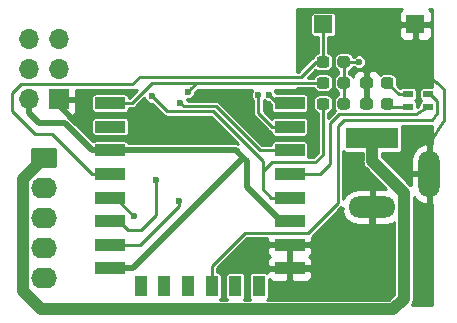
<source format=gbr>
G04 #@! TF.GenerationSoftware,KiCad,Pcbnew,5.0.2-bee76a0~70~ubuntu18.04.1*
G04 #@! TF.CreationDate,2019-12-10T21:20:44+01:00*
G04 #@! TF.ProjectId,RGB_strip,5247425f-7374-4726-9970-2e6b69636164,rev?*
G04 #@! TF.SameCoordinates,Original*
G04 #@! TF.FileFunction,Copper,L1,Top*
G04 #@! TF.FilePolarity,Positive*
%FSLAX46Y46*%
G04 Gerber Fmt 4.6, Leading zero omitted, Abs format (unit mm)*
G04 Created by KiCad (PCBNEW 5.0.2-bee76a0~70~ubuntu18.04.1) date mar 10 dic 2019 21:20:44 CET*
%MOMM*%
%LPD*%
G01*
G04 APERTURE LIST*
G04 #@! TA.AperFunction,SMDPad,CuDef*
%ADD10R,0.850000X0.550000*%
G04 #@! TD*
G04 #@! TA.AperFunction,ComponentPad*
%ADD11O,1.700000X1.700000*%
G04 #@! TD*
G04 #@! TA.AperFunction,ComponentPad*
%ADD12R,1.700000X1.700000*%
G04 #@! TD*
G04 #@! TA.AperFunction,ComponentPad*
%ADD13O,1.800000X4.000000*%
G04 #@! TD*
G04 #@! TA.AperFunction,ComponentPad*
%ADD14O,4.000000X1.800000*%
G04 #@! TD*
G04 #@! TA.AperFunction,ComponentPad*
%ADD15R,4.400000X1.800000*%
G04 #@! TD*
G04 #@! TA.AperFunction,Conductor*
%ADD16C,0.100000*%
G04 #@! TD*
G04 #@! TA.AperFunction,ComponentPad*
%ADD17C,1.740000*%
G04 #@! TD*
G04 #@! TA.AperFunction,ComponentPad*
%ADD18O,2.200000X1.740000*%
G04 #@! TD*
G04 #@! TA.AperFunction,SMDPad,CuDef*
%ADD19C,0.950000*%
G04 #@! TD*
G04 #@! TA.AperFunction,SMDPad,CuDef*
%ADD20R,1.500000X1.500000*%
G04 #@! TD*
G04 #@! TA.AperFunction,SMDPad,CuDef*
%ADD21R,2.500000X1.000000*%
G04 #@! TD*
G04 #@! TA.AperFunction,SMDPad,CuDef*
%ADD22R,1.000000X1.800000*%
G04 #@! TD*
G04 #@! TA.AperFunction,ViaPad*
%ADD23C,0.600000*%
G04 #@! TD*
G04 #@! TA.AperFunction,Conductor*
%ADD24C,0.250000*%
G04 #@! TD*
G04 #@! TA.AperFunction,Conductor*
%ADD25C,0.500000*%
G04 #@! TD*
G04 #@! TA.AperFunction,Conductor*
%ADD26C,1.000000*%
G04 #@! TD*
G04 #@! TA.AperFunction,Conductor*
%ADD27C,0.254000*%
G04 #@! TD*
G04 APERTURE END LIST*
D10*
G04 #@! TO.P,D2,2*
G04 #@! TO.N,Net-(D2-Pad2)*
X137359000Y-92782000D03*
G04 #@! TO.P,D2,1*
G04 #@! TO.N,/green_led*
X139109000Y-92782000D03*
G04 #@! TO.P,D2,4*
G04 #@! TO.N,Net-(D2-Pad4)*
X137359000Y-93832000D03*
G04 #@! TO.P,D2,3*
G04 #@! TO.N,Net-(D2-Pad3)*
X139109000Y-93832000D03*
G04 #@! TD*
D11*
G04 #@! TO.P,J3,6*
G04 #@! TO.N,/TX*
X105283000Y-88138000D03*
G04 #@! TO.P,J3,5*
G04 #@! TO.N,/RX*
X107823000Y-88138000D03*
G04 #@! TO.P,J3,4*
G04 #@! TO.N,/Rst*
X105283000Y-90678000D03*
G04 #@! TO.P,J3,3*
G04 #@! TO.N,/Flash*
X107823000Y-90678000D03*
G04 #@! TO.P,J3,2*
G04 #@! TO.N,+3V3*
X105283000Y-93218000D03*
D12*
G04 #@! TO.P,J3,1*
G04 #@! TO.N,GND*
X107823000Y-93218000D03*
G04 #@! TD*
D13*
G04 #@! TO.P,J1,3*
G04 #@! TO.N,GND*
X139166000Y-99520000D03*
D14*
G04 #@! TO.P,J1,2*
X134366000Y-102320000D03*
D15*
G04 #@! TO.P,J1,1*
G04 #@! TO.N,+12V*
X134366000Y-96520000D03*
G04 #@! TD*
D16*
G04 #@! TO.N,+12V*
G04 #@! TO.C,J2*
G36*
X107427505Y-97302204D02*
X107451773Y-97305804D01*
X107475572Y-97311765D01*
X107498671Y-97320030D01*
X107520850Y-97330520D01*
X107541893Y-97343132D01*
X107561599Y-97357747D01*
X107579777Y-97374223D01*
X107596253Y-97392401D01*
X107610868Y-97412107D01*
X107623480Y-97433150D01*
X107633970Y-97455329D01*
X107642235Y-97478428D01*
X107648196Y-97502227D01*
X107651796Y-97526495D01*
X107653000Y-97550999D01*
X107653000Y-98791001D01*
X107651796Y-98815505D01*
X107648196Y-98839773D01*
X107642235Y-98863572D01*
X107633970Y-98886671D01*
X107623480Y-98908850D01*
X107610868Y-98929893D01*
X107596253Y-98949599D01*
X107579777Y-98967777D01*
X107561599Y-98984253D01*
X107541893Y-98998868D01*
X107520850Y-99011480D01*
X107498671Y-99021970D01*
X107475572Y-99030235D01*
X107451773Y-99036196D01*
X107427505Y-99039796D01*
X107403001Y-99041000D01*
X105702999Y-99041000D01*
X105678495Y-99039796D01*
X105654227Y-99036196D01*
X105630428Y-99030235D01*
X105607329Y-99021970D01*
X105585150Y-99011480D01*
X105564107Y-98998868D01*
X105544401Y-98984253D01*
X105526223Y-98967777D01*
X105509747Y-98949599D01*
X105495132Y-98929893D01*
X105482520Y-98908850D01*
X105472030Y-98886671D01*
X105463765Y-98863572D01*
X105457804Y-98839773D01*
X105454204Y-98815505D01*
X105453000Y-98791001D01*
X105453000Y-97550999D01*
X105454204Y-97526495D01*
X105457804Y-97502227D01*
X105463765Y-97478428D01*
X105472030Y-97455329D01*
X105482520Y-97433150D01*
X105495132Y-97412107D01*
X105509747Y-97392401D01*
X105526223Y-97374223D01*
X105544401Y-97357747D01*
X105564107Y-97343132D01*
X105585150Y-97330520D01*
X105607329Y-97320030D01*
X105630428Y-97311765D01*
X105654227Y-97305804D01*
X105678495Y-97302204D01*
X105702999Y-97301000D01*
X107403001Y-97301000D01*
X107427505Y-97302204D01*
X107427505Y-97302204D01*
G37*
D17*
G04 #@! TD*
G04 #@! TO.P,J2,1*
G04 #@! TO.N,+12V*
X106553000Y-98171000D03*
D18*
G04 #@! TO.P,J2,2*
G04 #@! TO.N,Net-(J2-Pad2)*
X106553000Y-100711000D03*
G04 #@! TO.P,J2,3*
G04 #@! TO.N,Net-(J2-Pad3)*
X106553000Y-103251000D03*
G04 #@! TO.P,J2,4*
G04 #@! TO.N,Net-(J2-Pad4)*
X106553000Y-105791000D03*
G04 #@! TO.P,J2,5*
G04 #@! TO.N,Net-(J2-Pad5)*
X106553000Y-108331000D03*
G04 #@! TD*
D16*
G04 #@! TO.N,+3V3*
G04 #@! TO.C,R1*
G36*
X132249779Y-91347144D02*
X132272834Y-91350563D01*
X132295443Y-91356227D01*
X132317387Y-91364079D01*
X132338457Y-91374044D01*
X132358448Y-91386026D01*
X132377168Y-91399910D01*
X132394438Y-91415562D01*
X132410090Y-91432832D01*
X132423974Y-91451552D01*
X132435956Y-91471543D01*
X132445921Y-91492613D01*
X132453773Y-91514557D01*
X132459437Y-91537166D01*
X132462856Y-91560221D01*
X132464000Y-91583500D01*
X132464000Y-92058500D01*
X132462856Y-92081779D01*
X132459437Y-92104834D01*
X132453773Y-92127443D01*
X132445921Y-92149387D01*
X132435956Y-92170457D01*
X132423974Y-92190448D01*
X132410090Y-92209168D01*
X132394438Y-92226438D01*
X132377168Y-92242090D01*
X132358448Y-92255974D01*
X132338457Y-92267956D01*
X132317387Y-92277921D01*
X132295443Y-92285773D01*
X132272834Y-92291437D01*
X132249779Y-92294856D01*
X132226500Y-92296000D01*
X131651500Y-92296000D01*
X131628221Y-92294856D01*
X131605166Y-92291437D01*
X131582557Y-92285773D01*
X131560613Y-92277921D01*
X131539543Y-92267956D01*
X131519552Y-92255974D01*
X131500832Y-92242090D01*
X131483562Y-92226438D01*
X131467910Y-92209168D01*
X131454026Y-92190448D01*
X131442044Y-92170457D01*
X131432079Y-92149387D01*
X131424227Y-92127443D01*
X131418563Y-92104834D01*
X131415144Y-92081779D01*
X131414000Y-92058500D01*
X131414000Y-91583500D01*
X131415144Y-91560221D01*
X131418563Y-91537166D01*
X131424227Y-91514557D01*
X131432079Y-91492613D01*
X131442044Y-91471543D01*
X131454026Y-91451552D01*
X131467910Y-91432832D01*
X131483562Y-91415562D01*
X131500832Y-91399910D01*
X131519552Y-91386026D01*
X131539543Y-91374044D01*
X131560613Y-91364079D01*
X131582557Y-91356227D01*
X131605166Y-91350563D01*
X131628221Y-91347144D01*
X131651500Y-91346000D01*
X132226500Y-91346000D01*
X132249779Y-91347144D01*
X132249779Y-91347144D01*
G37*
D19*
G04 #@! TD*
G04 #@! TO.P,R1,1*
G04 #@! TO.N,+3V3*
X131939000Y-91821000D03*
D16*
G04 #@! TO.N,/Rst*
G04 #@! TO.C,R1*
G36*
X130499779Y-91347144D02*
X130522834Y-91350563D01*
X130545443Y-91356227D01*
X130567387Y-91364079D01*
X130588457Y-91374044D01*
X130608448Y-91386026D01*
X130627168Y-91399910D01*
X130644438Y-91415562D01*
X130660090Y-91432832D01*
X130673974Y-91451552D01*
X130685956Y-91471543D01*
X130695921Y-91492613D01*
X130703773Y-91514557D01*
X130709437Y-91537166D01*
X130712856Y-91560221D01*
X130714000Y-91583500D01*
X130714000Y-92058500D01*
X130712856Y-92081779D01*
X130709437Y-92104834D01*
X130703773Y-92127443D01*
X130695921Y-92149387D01*
X130685956Y-92170457D01*
X130673974Y-92190448D01*
X130660090Y-92209168D01*
X130644438Y-92226438D01*
X130627168Y-92242090D01*
X130608448Y-92255974D01*
X130588457Y-92267956D01*
X130567387Y-92277921D01*
X130545443Y-92285773D01*
X130522834Y-92291437D01*
X130499779Y-92294856D01*
X130476500Y-92296000D01*
X129901500Y-92296000D01*
X129878221Y-92294856D01*
X129855166Y-92291437D01*
X129832557Y-92285773D01*
X129810613Y-92277921D01*
X129789543Y-92267956D01*
X129769552Y-92255974D01*
X129750832Y-92242090D01*
X129733562Y-92226438D01*
X129717910Y-92209168D01*
X129704026Y-92190448D01*
X129692044Y-92170457D01*
X129682079Y-92149387D01*
X129674227Y-92127443D01*
X129668563Y-92104834D01*
X129665144Y-92081779D01*
X129664000Y-92058500D01*
X129664000Y-91583500D01*
X129665144Y-91560221D01*
X129668563Y-91537166D01*
X129674227Y-91514557D01*
X129682079Y-91492613D01*
X129692044Y-91471543D01*
X129704026Y-91451552D01*
X129717910Y-91432832D01*
X129733562Y-91415562D01*
X129750832Y-91399910D01*
X129769552Y-91386026D01*
X129789543Y-91374044D01*
X129810613Y-91364079D01*
X129832557Y-91356227D01*
X129855166Y-91350563D01*
X129878221Y-91347144D01*
X129901500Y-91346000D01*
X130476500Y-91346000D01*
X130499779Y-91347144D01*
X130499779Y-91347144D01*
G37*
D19*
G04 #@! TD*
G04 #@! TO.P,R1,2*
G04 #@! TO.N,/Rst*
X130189000Y-91821000D03*
D16*
G04 #@! TO.N,/Flash*
G04 #@! TO.C,R2*
G36*
X130499779Y-93125144D02*
X130522834Y-93128563D01*
X130545443Y-93134227D01*
X130567387Y-93142079D01*
X130588457Y-93152044D01*
X130608448Y-93164026D01*
X130627168Y-93177910D01*
X130644438Y-93193562D01*
X130660090Y-93210832D01*
X130673974Y-93229552D01*
X130685956Y-93249543D01*
X130695921Y-93270613D01*
X130703773Y-93292557D01*
X130709437Y-93315166D01*
X130712856Y-93338221D01*
X130714000Y-93361500D01*
X130714000Y-93836500D01*
X130712856Y-93859779D01*
X130709437Y-93882834D01*
X130703773Y-93905443D01*
X130695921Y-93927387D01*
X130685956Y-93948457D01*
X130673974Y-93968448D01*
X130660090Y-93987168D01*
X130644438Y-94004438D01*
X130627168Y-94020090D01*
X130608448Y-94033974D01*
X130588457Y-94045956D01*
X130567387Y-94055921D01*
X130545443Y-94063773D01*
X130522834Y-94069437D01*
X130499779Y-94072856D01*
X130476500Y-94074000D01*
X129901500Y-94074000D01*
X129878221Y-94072856D01*
X129855166Y-94069437D01*
X129832557Y-94063773D01*
X129810613Y-94055921D01*
X129789543Y-94045956D01*
X129769552Y-94033974D01*
X129750832Y-94020090D01*
X129733562Y-94004438D01*
X129717910Y-93987168D01*
X129704026Y-93968448D01*
X129692044Y-93948457D01*
X129682079Y-93927387D01*
X129674227Y-93905443D01*
X129668563Y-93882834D01*
X129665144Y-93859779D01*
X129664000Y-93836500D01*
X129664000Y-93361500D01*
X129665144Y-93338221D01*
X129668563Y-93315166D01*
X129674227Y-93292557D01*
X129682079Y-93270613D01*
X129692044Y-93249543D01*
X129704026Y-93229552D01*
X129717910Y-93210832D01*
X129733562Y-93193562D01*
X129750832Y-93177910D01*
X129769552Y-93164026D01*
X129789543Y-93152044D01*
X129810613Y-93142079D01*
X129832557Y-93134227D01*
X129855166Y-93128563D01*
X129878221Y-93125144D01*
X129901500Y-93124000D01*
X130476500Y-93124000D01*
X130499779Y-93125144D01*
X130499779Y-93125144D01*
G37*
D19*
G04 #@! TD*
G04 #@! TO.P,R2,2*
G04 #@! TO.N,/Flash*
X130189000Y-93599000D03*
D16*
G04 #@! TO.N,+3V3*
G04 #@! TO.C,R2*
G36*
X132249779Y-93125144D02*
X132272834Y-93128563D01*
X132295443Y-93134227D01*
X132317387Y-93142079D01*
X132338457Y-93152044D01*
X132358448Y-93164026D01*
X132377168Y-93177910D01*
X132394438Y-93193562D01*
X132410090Y-93210832D01*
X132423974Y-93229552D01*
X132435956Y-93249543D01*
X132445921Y-93270613D01*
X132453773Y-93292557D01*
X132459437Y-93315166D01*
X132462856Y-93338221D01*
X132464000Y-93361500D01*
X132464000Y-93836500D01*
X132462856Y-93859779D01*
X132459437Y-93882834D01*
X132453773Y-93905443D01*
X132445921Y-93927387D01*
X132435956Y-93948457D01*
X132423974Y-93968448D01*
X132410090Y-93987168D01*
X132394438Y-94004438D01*
X132377168Y-94020090D01*
X132358448Y-94033974D01*
X132338457Y-94045956D01*
X132317387Y-94055921D01*
X132295443Y-94063773D01*
X132272834Y-94069437D01*
X132249779Y-94072856D01*
X132226500Y-94074000D01*
X131651500Y-94074000D01*
X131628221Y-94072856D01*
X131605166Y-94069437D01*
X131582557Y-94063773D01*
X131560613Y-94055921D01*
X131539543Y-94045956D01*
X131519552Y-94033974D01*
X131500832Y-94020090D01*
X131483562Y-94004438D01*
X131467910Y-93987168D01*
X131454026Y-93968448D01*
X131442044Y-93948457D01*
X131432079Y-93927387D01*
X131424227Y-93905443D01*
X131418563Y-93882834D01*
X131415144Y-93859779D01*
X131414000Y-93836500D01*
X131414000Y-93361500D01*
X131415144Y-93338221D01*
X131418563Y-93315166D01*
X131424227Y-93292557D01*
X131432079Y-93270613D01*
X131442044Y-93249543D01*
X131454026Y-93229552D01*
X131467910Y-93210832D01*
X131483562Y-93193562D01*
X131500832Y-93177910D01*
X131519552Y-93164026D01*
X131539543Y-93152044D01*
X131560613Y-93142079D01*
X131582557Y-93134227D01*
X131605166Y-93128563D01*
X131628221Y-93125144D01*
X131651500Y-93124000D01*
X132226500Y-93124000D01*
X132249779Y-93125144D01*
X132249779Y-93125144D01*
G37*
D19*
G04 #@! TD*
G04 #@! TO.P,R2,1*
G04 #@! TO.N,+3V3*
X131939000Y-93599000D03*
D16*
G04 #@! TO.N,+3V3*
G04 #@! TO.C,R3*
G36*
X132249779Y-89569144D02*
X132272834Y-89572563D01*
X132295443Y-89578227D01*
X132317387Y-89586079D01*
X132338457Y-89596044D01*
X132358448Y-89608026D01*
X132377168Y-89621910D01*
X132394438Y-89637562D01*
X132410090Y-89654832D01*
X132423974Y-89673552D01*
X132435956Y-89693543D01*
X132445921Y-89714613D01*
X132453773Y-89736557D01*
X132459437Y-89759166D01*
X132462856Y-89782221D01*
X132464000Y-89805500D01*
X132464000Y-90280500D01*
X132462856Y-90303779D01*
X132459437Y-90326834D01*
X132453773Y-90349443D01*
X132445921Y-90371387D01*
X132435956Y-90392457D01*
X132423974Y-90412448D01*
X132410090Y-90431168D01*
X132394438Y-90448438D01*
X132377168Y-90464090D01*
X132358448Y-90477974D01*
X132338457Y-90489956D01*
X132317387Y-90499921D01*
X132295443Y-90507773D01*
X132272834Y-90513437D01*
X132249779Y-90516856D01*
X132226500Y-90518000D01*
X131651500Y-90518000D01*
X131628221Y-90516856D01*
X131605166Y-90513437D01*
X131582557Y-90507773D01*
X131560613Y-90499921D01*
X131539543Y-90489956D01*
X131519552Y-90477974D01*
X131500832Y-90464090D01*
X131483562Y-90448438D01*
X131467910Y-90431168D01*
X131454026Y-90412448D01*
X131442044Y-90392457D01*
X131432079Y-90371387D01*
X131424227Y-90349443D01*
X131418563Y-90326834D01*
X131415144Y-90303779D01*
X131414000Y-90280500D01*
X131414000Y-89805500D01*
X131415144Y-89782221D01*
X131418563Y-89759166D01*
X131424227Y-89736557D01*
X131432079Y-89714613D01*
X131442044Y-89693543D01*
X131454026Y-89673552D01*
X131467910Y-89654832D01*
X131483562Y-89637562D01*
X131500832Y-89621910D01*
X131519552Y-89608026D01*
X131539543Y-89596044D01*
X131560613Y-89586079D01*
X131582557Y-89578227D01*
X131605166Y-89572563D01*
X131628221Y-89569144D01*
X131651500Y-89568000D01*
X132226500Y-89568000D01*
X132249779Y-89569144D01*
X132249779Y-89569144D01*
G37*
D19*
G04 #@! TD*
G04 #@! TO.P,R3,1*
G04 #@! TO.N,+3V3*
X131939000Y-90043000D03*
D16*
G04 #@! TO.N,Net-(R3-Pad2)*
G04 #@! TO.C,R3*
G36*
X130499779Y-89569144D02*
X130522834Y-89572563D01*
X130545443Y-89578227D01*
X130567387Y-89586079D01*
X130588457Y-89596044D01*
X130608448Y-89608026D01*
X130627168Y-89621910D01*
X130644438Y-89637562D01*
X130660090Y-89654832D01*
X130673974Y-89673552D01*
X130685956Y-89693543D01*
X130695921Y-89714613D01*
X130703773Y-89736557D01*
X130709437Y-89759166D01*
X130712856Y-89782221D01*
X130714000Y-89805500D01*
X130714000Y-90280500D01*
X130712856Y-90303779D01*
X130709437Y-90326834D01*
X130703773Y-90349443D01*
X130695921Y-90371387D01*
X130685956Y-90392457D01*
X130673974Y-90412448D01*
X130660090Y-90431168D01*
X130644438Y-90448438D01*
X130627168Y-90464090D01*
X130608448Y-90477974D01*
X130588457Y-90489956D01*
X130567387Y-90499921D01*
X130545443Y-90507773D01*
X130522834Y-90513437D01*
X130499779Y-90516856D01*
X130476500Y-90518000D01*
X129901500Y-90518000D01*
X129878221Y-90516856D01*
X129855166Y-90513437D01*
X129832557Y-90507773D01*
X129810613Y-90499921D01*
X129789543Y-90489956D01*
X129769552Y-90477974D01*
X129750832Y-90464090D01*
X129733562Y-90448438D01*
X129717910Y-90431168D01*
X129704026Y-90412448D01*
X129692044Y-90392457D01*
X129682079Y-90371387D01*
X129674227Y-90349443D01*
X129668563Y-90326834D01*
X129665144Y-90303779D01*
X129664000Y-90280500D01*
X129664000Y-89805500D01*
X129665144Y-89782221D01*
X129668563Y-89759166D01*
X129674227Y-89736557D01*
X129682079Y-89714613D01*
X129692044Y-89693543D01*
X129704026Y-89673552D01*
X129717910Y-89654832D01*
X129733562Y-89637562D01*
X129750832Y-89621910D01*
X129769552Y-89608026D01*
X129789543Y-89596044D01*
X129810613Y-89586079D01*
X129832557Y-89578227D01*
X129855166Y-89572563D01*
X129878221Y-89569144D01*
X129901500Y-89568000D01*
X130476500Y-89568000D01*
X130499779Y-89569144D01*
X130499779Y-89569144D01*
G37*
D19*
G04 #@! TD*
G04 #@! TO.P,R3,2*
G04 #@! TO.N,Net-(R3-Pad2)*
X130189000Y-90043000D03*
D16*
G04 #@! TO.N,GND*
G04 #@! TO.C,R4*
G36*
X134182779Y-91347144D02*
X134205834Y-91350563D01*
X134228443Y-91356227D01*
X134250387Y-91364079D01*
X134271457Y-91374044D01*
X134291448Y-91386026D01*
X134310168Y-91399910D01*
X134327438Y-91415562D01*
X134343090Y-91432832D01*
X134356974Y-91451552D01*
X134368956Y-91471543D01*
X134378921Y-91492613D01*
X134386773Y-91514557D01*
X134392437Y-91537166D01*
X134395856Y-91560221D01*
X134397000Y-91583500D01*
X134397000Y-92058500D01*
X134395856Y-92081779D01*
X134392437Y-92104834D01*
X134386773Y-92127443D01*
X134378921Y-92149387D01*
X134368956Y-92170457D01*
X134356974Y-92190448D01*
X134343090Y-92209168D01*
X134327438Y-92226438D01*
X134310168Y-92242090D01*
X134291448Y-92255974D01*
X134271457Y-92267956D01*
X134250387Y-92277921D01*
X134228443Y-92285773D01*
X134205834Y-92291437D01*
X134182779Y-92294856D01*
X134159500Y-92296000D01*
X133584500Y-92296000D01*
X133561221Y-92294856D01*
X133538166Y-92291437D01*
X133515557Y-92285773D01*
X133493613Y-92277921D01*
X133472543Y-92267956D01*
X133452552Y-92255974D01*
X133433832Y-92242090D01*
X133416562Y-92226438D01*
X133400910Y-92209168D01*
X133387026Y-92190448D01*
X133375044Y-92170457D01*
X133365079Y-92149387D01*
X133357227Y-92127443D01*
X133351563Y-92104834D01*
X133348144Y-92081779D01*
X133347000Y-92058500D01*
X133347000Y-91583500D01*
X133348144Y-91560221D01*
X133351563Y-91537166D01*
X133357227Y-91514557D01*
X133365079Y-91492613D01*
X133375044Y-91471543D01*
X133387026Y-91451552D01*
X133400910Y-91432832D01*
X133416562Y-91415562D01*
X133433832Y-91399910D01*
X133452552Y-91386026D01*
X133472543Y-91374044D01*
X133493613Y-91364079D01*
X133515557Y-91356227D01*
X133538166Y-91350563D01*
X133561221Y-91347144D01*
X133584500Y-91346000D01*
X134159500Y-91346000D01*
X134182779Y-91347144D01*
X134182779Y-91347144D01*
G37*
D19*
G04 #@! TD*
G04 #@! TO.P,R4,1*
G04 #@! TO.N,GND*
X133872000Y-91821000D03*
D16*
G04 #@! TO.N,Net-(D2-Pad2)*
G04 #@! TO.C,R4*
G36*
X135932779Y-91347144D02*
X135955834Y-91350563D01*
X135978443Y-91356227D01*
X136000387Y-91364079D01*
X136021457Y-91374044D01*
X136041448Y-91386026D01*
X136060168Y-91399910D01*
X136077438Y-91415562D01*
X136093090Y-91432832D01*
X136106974Y-91451552D01*
X136118956Y-91471543D01*
X136128921Y-91492613D01*
X136136773Y-91514557D01*
X136142437Y-91537166D01*
X136145856Y-91560221D01*
X136147000Y-91583500D01*
X136147000Y-92058500D01*
X136145856Y-92081779D01*
X136142437Y-92104834D01*
X136136773Y-92127443D01*
X136128921Y-92149387D01*
X136118956Y-92170457D01*
X136106974Y-92190448D01*
X136093090Y-92209168D01*
X136077438Y-92226438D01*
X136060168Y-92242090D01*
X136041448Y-92255974D01*
X136021457Y-92267956D01*
X136000387Y-92277921D01*
X135978443Y-92285773D01*
X135955834Y-92291437D01*
X135932779Y-92294856D01*
X135909500Y-92296000D01*
X135334500Y-92296000D01*
X135311221Y-92294856D01*
X135288166Y-92291437D01*
X135265557Y-92285773D01*
X135243613Y-92277921D01*
X135222543Y-92267956D01*
X135202552Y-92255974D01*
X135183832Y-92242090D01*
X135166562Y-92226438D01*
X135150910Y-92209168D01*
X135137026Y-92190448D01*
X135125044Y-92170457D01*
X135115079Y-92149387D01*
X135107227Y-92127443D01*
X135101563Y-92104834D01*
X135098144Y-92081779D01*
X135097000Y-92058500D01*
X135097000Y-91583500D01*
X135098144Y-91560221D01*
X135101563Y-91537166D01*
X135107227Y-91514557D01*
X135115079Y-91492613D01*
X135125044Y-91471543D01*
X135137026Y-91451552D01*
X135150910Y-91432832D01*
X135166562Y-91415562D01*
X135183832Y-91399910D01*
X135202552Y-91386026D01*
X135222543Y-91374044D01*
X135243613Y-91364079D01*
X135265557Y-91356227D01*
X135288166Y-91350563D01*
X135311221Y-91347144D01*
X135334500Y-91346000D01*
X135909500Y-91346000D01*
X135932779Y-91347144D01*
X135932779Y-91347144D01*
G37*
D19*
G04 #@! TD*
G04 #@! TO.P,R4,2*
G04 #@! TO.N,Net-(D2-Pad2)*
X135622000Y-91821000D03*
D16*
G04 #@! TO.N,Net-(D2-Pad4)*
G04 #@! TO.C,R5*
G36*
X135932779Y-93125144D02*
X135955834Y-93128563D01*
X135978443Y-93134227D01*
X136000387Y-93142079D01*
X136021457Y-93152044D01*
X136041448Y-93164026D01*
X136060168Y-93177910D01*
X136077438Y-93193562D01*
X136093090Y-93210832D01*
X136106974Y-93229552D01*
X136118956Y-93249543D01*
X136128921Y-93270613D01*
X136136773Y-93292557D01*
X136142437Y-93315166D01*
X136145856Y-93338221D01*
X136147000Y-93361500D01*
X136147000Y-93836500D01*
X136145856Y-93859779D01*
X136142437Y-93882834D01*
X136136773Y-93905443D01*
X136128921Y-93927387D01*
X136118956Y-93948457D01*
X136106974Y-93968448D01*
X136093090Y-93987168D01*
X136077438Y-94004438D01*
X136060168Y-94020090D01*
X136041448Y-94033974D01*
X136021457Y-94045956D01*
X136000387Y-94055921D01*
X135978443Y-94063773D01*
X135955834Y-94069437D01*
X135932779Y-94072856D01*
X135909500Y-94074000D01*
X135334500Y-94074000D01*
X135311221Y-94072856D01*
X135288166Y-94069437D01*
X135265557Y-94063773D01*
X135243613Y-94055921D01*
X135222543Y-94045956D01*
X135202552Y-94033974D01*
X135183832Y-94020090D01*
X135166562Y-94004438D01*
X135150910Y-93987168D01*
X135137026Y-93968448D01*
X135125044Y-93948457D01*
X135115079Y-93927387D01*
X135107227Y-93905443D01*
X135101563Y-93882834D01*
X135098144Y-93859779D01*
X135097000Y-93836500D01*
X135097000Y-93361500D01*
X135098144Y-93338221D01*
X135101563Y-93315166D01*
X135107227Y-93292557D01*
X135115079Y-93270613D01*
X135125044Y-93249543D01*
X135137026Y-93229552D01*
X135150910Y-93210832D01*
X135166562Y-93193562D01*
X135183832Y-93177910D01*
X135202552Y-93164026D01*
X135222543Y-93152044D01*
X135243613Y-93142079D01*
X135265557Y-93134227D01*
X135288166Y-93128563D01*
X135311221Y-93125144D01*
X135334500Y-93124000D01*
X135909500Y-93124000D01*
X135932779Y-93125144D01*
X135932779Y-93125144D01*
G37*
D19*
G04 #@! TD*
G04 #@! TO.P,R5,2*
G04 #@! TO.N,Net-(D2-Pad4)*
X135622000Y-93599000D03*
D16*
G04 #@! TO.N,GND*
G04 #@! TO.C,R5*
G36*
X134182779Y-93125144D02*
X134205834Y-93128563D01*
X134228443Y-93134227D01*
X134250387Y-93142079D01*
X134271457Y-93152044D01*
X134291448Y-93164026D01*
X134310168Y-93177910D01*
X134327438Y-93193562D01*
X134343090Y-93210832D01*
X134356974Y-93229552D01*
X134368956Y-93249543D01*
X134378921Y-93270613D01*
X134386773Y-93292557D01*
X134392437Y-93315166D01*
X134395856Y-93338221D01*
X134397000Y-93361500D01*
X134397000Y-93836500D01*
X134395856Y-93859779D01*
X134392437Y-93882834D01*
X134386773Y-93905443D01*
X134378921Y-93927387D01*
X134368956Y-93948457D01*
X134356974Y-93968448D01*
X134343090Y-93987168D01*
X134327438Y-94004438D01*
X134310168Y-94020090D01*
X134291448Y-94033974D01*
X134271457Y-94045956D01*
X134250387Y-94055921D01*
X134228443Y-94063773D01*
X134205834Y-94069437D01*
X134182779Y-94072856D01*
X134159500Y-94074000D01*
X133584500Y-94074000D01*
X133561221Y-94072856D01*
X133538166Y-94069437D01*
X133515557Y-94063773D01*
X133493613Y-94055921D01*
X133472543Y-94045956D01*
X133452552Y-94033974D01*
X133433832Y-94020090D01*
X133416562Y-94004438D01*
X133400910Y-93987168D01*
X133387026Y-93968448D01*
X133375044Y-93948457D01*
X133365079Y-93927387D01*
X133357227Y-93905443D01*
X133351563Y-93882834D01*
X133348144Y-93859779D01*
X133347000Y-93836500D01*
X133347000Y-93361500D01*
X133348144Y-93338221D01*
X133351563Y-93315166D01*
X133357227Y-93292557D01*
X133365079Y-93270613D01*
X133375044Y-93249543D01*
X133387026Y-93229552D01*
X133400910Y-93210832D01*
X133416562Y-93193562D01*
X133433832Y-93177910D01*
X133452552Y-93164026D01*
X133472543Y-93152044D01*
X133493613Y-93142079D01*
X133515557Y-93134227D01*
X133538166Y-93128563D01*
X133561221Y-93125144D01*
X133584500Y-93124000D01*
X134159500Y-93124000D01*
X134182779Y-93125144D01*
X134182779Y-93125144D01*
G37*
D19*
G04 #@! TD*
G04 #@! TO.P,R5,1*
G04 #@! TO.N,GND*
X133872000Y-93599000D03*
D20*
G04 #@! TO.P,SW1,1*
G04 #@! TO.N,Net-(R3-Pad2)*
X130212000Y-86868000D03*
G04 #@! TO.P,SW1,2*
G04 #@! TO.N,GND*
X138012000Y-86868000D03*
G04 #@! TD*
D21*
G04 #@! TO.P,U2,1*
G04 #@! TO.N,/Rst*
X112161000Y-93528000D03*
G04 #@! TO.P,U2,2*
G04 #@! TO.N,Net-(U2-Pad2)*
X112161000Y-95528000D03*
G04 #@! TO.P,U2,3*
G04 #@! TO.N,+3V3*
X112161000Y-97528000D03*
G04 #@! TO.P,U2,4*
G04 #@! TO.N,Net-(R3-Pad2)*
X112161000Y-99528000D03*
G04 #@! TO.P,U2,5*
G04 #@! TO.N,/white_c*
X112161000Y-101528000D03*
G04 #@! TO.P,U2,6*
G04 #@! TO.N,/green_c*
X112161000Y-103528000D03*
G04 #@! TO.P,U2,7*
G04 #@! TO.N,/blue_c*
X112161000Y-105528000D03*
G04 #@! TO.P,U2,8*
G04 #@! TO.N,+3V3*
X112161000Y-107528000D03*
D22*
G04 #@! TO.P,U2,9*
G04 #@! TO.N,Net-(U2-Pad9)*
X114761000Y-109028000D03*
G04 #@! TO.P,U2,10*
G04 #@! TO.N,Net-(U2-Pad10)*
X116761000Y-109028000D03*
G04 #@! TO.P,U2,11*
G04 #@! TO.N,Net-(U2-Pad11)*
X118761000Y-109028000D03*
G04 #@! TO.P,U2,12*
G04 #@! TO.N,/green_led*
X120761000Y-109028000D03*
G04 #@! TO.P,U2,13*
G04 #@! TO.N,Net-(U2-Pad13)*
X122761000Y-109028000D03*
G04 #@! TO.P,U2,14*
G04 #@! TO.N,Net-(U2-Pad14)*
X124761000Y-109028000D03*
D21*
G04 #@! TO.P,U2,15*
G04 #@! TO.N,GND*
X127361000Y-107528000D03*
G04 #@! TO.P,U2,16*
X127361000Y-105528000D03*
G04 #@! TO.P,U2,17*
G04 #@! TO.N,+3V3*
X127361000Y-103528000D03*
G04 #@! TO.P,U2,18*
G04 #@! TO.N,/Flash*
X127361000Y-101528000D03*
G04 #@! TO.P,U2,19*
G04 #@! TO.N,Net-(D2-Pad3)*
X127361000Y-99528000D03*
G04 #@! TO.P,U2,20*
G04 #@! TO.N,/red_c*
X127361000Y-97528000D03*
G04 #@! TO.P,U2,21*
G04 #@! TO.N,/RX*
X127361000Y-95528000D03*
G04 #@! TO.P,U2,22*
G04 #@! TO.N,/TX*
X127361000Y-93528000D03*
G04 #@! TD*
D23*
G04 #@! TO.N,GND*
X117983000Y-96520000D03*
G04 #@! TO.N,+3V3*
X133223000Y-90043000D03*
X123444000Y-98171000D03*
G04 #@! TO.N,/Flash*
X115697000Y-92964000D03*
G04 #@! TO.N,/Rst*
X118745000Y-92583000D03*
G04 #@! TO.N,/RX*
X124714000Y-92837000D03*
G04 #@! TO.N,/TX*
X125603000Y-92837000D03*
G04 #@! TO.N,/red_c*
X118110000Y-93489000D03*
G04 #@! TO.N,/green_c*
X116078000Y-100076000D03*
G04 #@! TO.N,/blue_c*
X117983000Y-101854000D03*
G04 #@! TO.N,/white_c*
X114173000Y-103124000D03*
G04 #@! TD*
D24*
G04 #@! TO.N,GND*
X133872000Y-91821000D02*
X133872000Y-93599000D01*
X136762000Y-86868000D02*
X138012000Y-86868000D01*
X133872000Y-91821000D02*
X133872000Y-89758000D01*
D25*
X129111000Y-105528000D02*
X129120000Y-105537000D01*
X127361000Y-105528000D02*
X129111000Y-105528000D01*
X129120000Y-105537000D02*
X132715000Y-105537000D01*
X132715000Y-105537000D02*
X134366000Y-103886000D01*
X130724000Y-107528000D02*
X132715000Y-105537000D01*
X127361000Y-107528000D02*
X130724000Y-107528000D01*
D24*
X134603000Y-89027000D02*
X136762000Y-86868000D01*
X133872000Y-89758000D02*
X134603000Y-89027000D01*
X136639002Y-89027000D02*
X134603000Y-89027000D01*
X140462000Y-92329000D02*
X136639002Y-89027000D01*
X139166000Y-99139000D02*
X139166000Y-96889000D01*
X140462000Y-94996000D02*
X140462000Y-92329000D01*
X139166000Y-96889000D02*
X140462000Y-94996000D01*
D25*
X134366000Y-103886000D02*
X134366000Y-102320000D01*
X107823000Y-93218000D02*
X107823000Y-93726000D01*
X107823000Y-93726000D02*
X108966000Y-94869000D01*
X108966000Y-94893002D02*
X110592998Y-96520000D01*
X108966000Y-94869000D02*
X108966000Y-94893002D01*
X110592998Y-96520000D02*
X117983000Y-96520000D01*
D24*
G04 #@! TO.N,+3V3*
X131939000Y-90043000D02*
X131939000Y-91821000D01*
X131939000Y-91821000D02*
X131939000Y-93599000D01*
X133223000Y-90043000D02*
X131939000Y-90043000D01*
D25*
X123743999Y-100660999D02*
X126611000Y-103528000D01*
X126611000Y-103528000D02*
X127361000Y-103528000D01*
X123743999Y-98470999D02*
X123743999Y-100660999D01*
X123444000Y-98171000D02*
X123743999Y-98470999D01*
X122801000Y-97528000D02*
X123444000Y-98171000D01*
X112161000Y-97528000D02*
X122801000Y-97528000D01*
X114087000Y-107528000D02*
X123444000Y-98171000D01*
X112161000Y-107528000D02*
X114087000Y-107528000D01*
X108383000Y-95250000D02*
X106172000Y-95250000D01*
X105283000Y-94361000D02*
X105283000Y-93218000D01*
X112161000Y-97528000D02*
X110661000Y-97528000D01*
X106172000Y-95250000D02*
X105283000Y-94361000D01*
X110661000Y-97528000D02*
X108383000Y-95250000D01*
D24*
G04 #@! TO.N,Net-(D2-Pad3)*
X138959000Y-93832000D02*
X138049000Y-94488000D01*
X139109000Y-93832000D02*
X138959000Y-93832000D01*
X138049000Y-94488000D02*
X131572000Y-94488000D01*
X131572000Y-94488000D02*
X130810000Y-95250000D01*
X130810000Y-95250000D02*
X130810000Y-98679000D01*
X129961000Y-99528000D02*
X127361000Y-99528000D01*
X130810000Y-98679000D02*
X129961000Y-99528000D01*
G04 #@! TO.N,Net-(D2-Pad4)*
X135855000Y-93832000D02*
X135622000Y-93599000D01*
X137359000Y-93832000D02*
X135855000Y-93832000D01*
G04 #@! TO.N,Net-(D2-Pad2)*
X136583000Y-92782000D02*
X135622000Y-91821000D01*
X137359000Y-92782000D02*
X136583000Y-92782000D01*
D26*
G04 #@! TO.N,+12V*
X106553000Y-98171000D02*
X104752990Y-99971010D01*
X137066010Y-101120010D02*
X134366000Y-98420000D01*
X104752990Y-109451990D02*
X106299000Y-110998000D01*
X104752990Y-99971010D02*
X104752990Y-109451990D01*
X106299000Y-110998000D02*
X136144000Y-110998000D01*
X134366000Y-98420000D02*
X134366000Y-96520000D01*
X136144000Y-110998000D02*
X137066010Y-110075990D01*
X137066010Y-110075990D02*
X137066010Y-101120010D01*
D25*
G04 #@! TO.N,/Flash*
X127361000Y-101528000D02*
X128111000Y-101528000D01*
D24*
X130189000Y-94174000D02*
X130175000Y-94188000D01*
X130189000Y-93599000D02*
X130189000Y-94174000D01*
X130175000Y-94188000D02*
X130175000Y-97917000D01*
X130175000Y-97917000D02*
X129540000Y-98552000D01*
X129540000Y-98552000D02*
X125857000Y-98552000D01*
X125857000Y-98552000D02*
X125095000Y-99314000D01*
X125095000Y-99314000D02*
X125095000Y-100838000D01*
X125785000Y-101528000D02*
X127361000Y-101528000D01*
X125095000Y-100838000D02*
X125785000Y-101528000D01*
X120907599Y-94239009D02*
X116972009Y-94239009D01*
X125095000Y-99314000D02*
X125095000Y-98426410D01*
X125095000Y-98426410D02*
X120907599Y-94239009D01*
X116972009Y-94239009D02*
X115697000Y-92964000D01*
G04 #@! TO.N,/Rst*
X113990000Y-93528000D02*
X112161000Y-93528000D01*
X115697000Y-91821000D02*
X113990000Y-93528000D01*
X119044999Y-92283001D02*
X119507000Y-91821000D01*
X118745000Y-92583000D02*
X119044999Y-92283001D01*
X130189000Y-91821000D02*
X119507000Y-91821000D01*
X119507000Y-91821000D02*
X115697000Y-91821000D01*
G04 #@! TO.N,/RX*
X125861000Y-95528000D02*
X124714000Y-94381000D01*
X127361000Y-95528000D02*
X125861000Y-95528000D01*
X124714000Y-94381000D02*
X124714000Y-92837000D01*
G04 #@! TO.N,/TX*
X127361000Y-93528000D02*
X126294000Y-93528000D01*
X126294000Y-93528000D02*
X125603000Y-92837000D01*
G04 #@! TO.N,/red_c*
X118409999Y-93788999D02*
X121093999Y-93788999D01*
X118110000Y-93489000D02*
X118409999Y-93788999D01*
X124833000Y-97528000D02*
X127361000Y-97528000D01*
X121093999Y-93788999D02*
X124833000Y-97528000D01*
G04 #@! TO.N,/green_c*
X112911000Y-103528000D02*
X112161000Y-103528000D01*
X113661000Y-104278000D02*
X112911000Y-103528000D01*
X114808000Y-104267000D02*
X113661000Y-104278000D01*
X116078000Y-100076000D02*
X116078000Y-102997000D01*
X116078000Y-102997000D02*
X114808000Y-104267000D01*
G04 #@! TO.N,/blue_c*
X113661000Y-105528000D02*
X112161000Y-105528000D01*
X114733264Y-105528000D02*
X113661000Y-105528000D01*
X117983000Y-102278264D02*
X114733264Y-105528000D01*
X117983000Y-101854000D02*
X117983000Y-102278264D01*
G04 #@! TO.N,/white_c*
X112577000Y-101528000D02*
X112161000Y-101528000D01*
X114173000Y-103124000D02*
X112577000Y-101528000D01*
D25*
G04 #@! TO.N,Net-(R3-Pad2)*
X130212000Y-90020000D02*
X130189000Y-90043000D01*
D24*
X111411000Y-99528000D02*
X112161000Y-99528000D01*
X130189000Y-86891000D02*
X130212000Y-86868000D01*
X130189000Y-90043000D02*
X130189000Y-86891000D01*
X129564000Y-90043000D02*
X130189000Y-90043000D01*
X104648000Y-91948000D02*
X114046000Y-91948000D01*
X114681000Y-91313000D02*
X128294000Y-91313000D01*
X110661000Y-99528000D02*
X107272000Y-96139000D01*
X128294000Y-91313000D02*
X129564000Y-90043000D01*
X114046000Y-91948000D02*
X114681000Y-91313000D01*
X107272000Y-96139000D02*
X105791000Y-96139000D01*
X112161000Y-99528000D02*
X110661000Y-99528000D01*
X105791000Y-96139000D02*
X103886000Y-94234000D01*
X103886000Y-94234000D02*
X103886000Y-92710000D01*
X103886000Y-92710000D02*
X104648000Y-91948000D01*
G04 #@! TO.N,/green_led*
X123571000Y-104521000D02*
X120761000Y-107331000D01*
X128951575Y-104521000D02*
X123571000Y-104521000D01*
X120761000Y-107331000D02*
X120761000Y-109028000D01*
X131445000Y-101981000D02*
X128951575Y-104521000D01*
X139259000Y-92782000D02*
X139859001Y-93382001D01*
X131445000Y-95504000D02*
X131445000Y-101981000D01*
X139109000Y-92782000D02*
X139259000Y-92782000D01*
X139859001Y-93382001D02*
X139859001Y-94367001D01*
X139859001Y-94367001D02*
X139446000Y-94996000D01*
X139446000Y-94996000D02*
X131953000Y-94996000D01*
X131953000Y-94996000D02*
X131445000Y-95504000D01*
G04 #@! TD*
D27*
G04 #@! TO.N,GND*
G36*
X139359733Y-95448709D02*
X139446000Y-95448015D01*
X139446000Y-96971971D01*
X139293000Y-97049622D01*
X139293000Y-99393000D01*
X139313000Y-99393000D01*
X139313000Y-99647000D01*
X139293000Y-99647000D01*
X139293000Y-101990378D01*
X139446000Y-102068029D01*
X139446000Y-110617450D01*
X137694692Y-110623660D01*
X137845026Y-110398669D01*
X137893010Y-110157438D01*
X137893010Y-110157434D01*
X137909210Y-110075991D01*
X137893010Y-109994548D01*
X137893010Y-101446238D01*
X138170394Y-101795212D01*
X138695914Y-102086756D01*
X138801260Y-102111036D01*
X139039000Y-101990378D01*
X139039000Y-99647000D01*
X137631000Y-99647000D01*
X137631000Y-100502901D01*
X137593194Y-100477640D01*
X135408554Y-98293000D01*
X137631000Y-98293000D01*
X137631000Y-99393000D01*
X139039000Y-99393000D01*
X139039000Y-97049622D01*
X138801260Y-96928964D01*
X138695914Y-96953244D01*
X138170394Y-97244788D01*
X137796446Y-97715248D01*
X137631000Y-98293000D01*
X135408554Y-98293000D01*
X135193000Y-98077447D01*
X135193000Y-97753406D01*
X136566000Y-97753406D01*
X136693589Y-97728027D01*
X136801754Y-97655754D01*
X136874027Y-97547589D01*
X136899406Y-97420000D01*
X136899406Y-95620000D01*
X136874027Y-95492411D01*
X136844353Y-95448000D01*
X139357982Y-95448000D01*
X139359733Y-95448709D01*
X139359733Y-95448709D01*
G37*
X139359733Y-95448709D02*
X139446000Y-95448015D01*
X139446000Y-96971971D01*
X139293000Y-97049622D01*
X139293000Y-99393000D01*
X139313000Y-99393000D01*
X139313000Y-99647000D01*
X139293000Y-99647000D01*
X139293000Y-101990378D01*
X139446000Y-102068029D01*
X139446000Y-110617450D01*
X137694692Y-110623660D01*
X137845026Y-110398669D01*
X137893010Y-110157438D01*
X137893010Y-110157434D01*
X137909210Y-110075991D01*
X137893010Y-109994548D01*
X137893010Y-101446238D01*
X138170394Y-101795212D01*
X138695914Y-102086756D01*
X138801260Y-102111036D01*
X139039000Y-101990378D01*
X139039000Y-99647000D01*
X137631000Y-99647000D01*
X137631000Y-100502901D01*
X137593194Y-100477640D01*
X135408554Y-98293000D01*
X137631000Y-98293000D01*
X137631000Y-99393000D01*
X139039000Y-99393000D01*
X139039000Y-97049622D01*
X138801260Y-96928964D01*
X138695914Y-96953244D01*
X138170394Y-97244788D01*
X137796446Y-97715248D01*
X137631000Y-98293000D01*
X135408554Y-98293000D01*
X135193000Y-98077447D01*
X135193000Y-97753406D01*
X136566000Y-97753406D01*
X136693589Y-97728027D01*
X136801754Y-97655754D01*
X136874027Y-97547589D01*
X136899406Y-97420000D01*
X136899406Y-95620000D01*
X136874027Y-95492411D01*
X136844353Y-95448000D01*
X139357982Y-95448000D01*
X139359733Y-95448709D01*
G36*
X131930246Y-97655754D02*
X132038411Y-97728027D01*
X132166000Y-97753406D01*
X133539000Y-97753406D01*
X133539000Y-98338556D01*
X133522800Y-98420000D01*
X133539000Y-98501444D01*
X133539000Y-98501447D01*
X133586984Y-98742678D01*
X133769767Y-99016233D01*
X133838819Y-99062372D01*
X135561446Y-100785000D01*
X134493000Y-100785000D01*
X134493000Y-102193000D01*
X134513000Y-102193000D01*
X134513000Y-102447000D01*
X134493000Y-102447000D01*
X134493000Y-103855000D01*
X135593000Y-103855000D01*
X136170752Y-103689554D01*
X136239011Y-103635298D01*
X136239010Y-109733436D01*
X135801447Y-110171000D01*
X125485910Y-110171000D01*
X125496754Y-110163754D01*
X125569027Y-110055589D01*
X125594406Y-109928000D01*
X125594406Y-108409432D01*
X125751302Y-108566327D01*
X125984691Y-108663000D01*
X127075250Y-108663000D01*
X127234000Y-108504250D01*
X127234000Y-107655000D01*
X127488000Y-107655000D01*
X127488000Y-108504250D01*
X127646750Y-108663000D01*
X128737309Y-108663000D01*
X128970698Y-108566327D01*
X129149327Y-108387699D01*
X129246000Y-108154310D01*
X129246000Y-107813750D01*
X129087250Y-107655000D01*
X127488000Y-107655000D01*
X127234000Y-107655000D01*
X125634750Y-107655000D01*
X125476000Y-107813750D01*
X125476000Y-107878379D01*
X125388589Y-107819973D01*
X125261000Y-107794594D01*
X124261000Y-107794594D01*
X124133411Y-107819973D01*
X124025246Y-107892246D01*
X123952973Y-108000411D01*
X123927594Y-108128000D01*
X123927594Y-109928000D01*
X123952973Y-110055589D01*
X124025246Y-110163754D01*
X124036090Y-110171000D01*
X123485910Y-110171000D01*
X123496754Y-110163754D01*
X123569027Y-110055589D01*
X123594406Y-109928000D01*
X123594406Y-108128000D01*
X123569027Y-108000411D01*
X123496754Y-107892246D01*
X123388589Y-107819973D01*
X123261000Y-107794594D01*
X122261000Y-107794594D01*
X122133411Y-107819973D01*
X122025246Y-107892246D01*
X121952973Y-108000411D01*
X121927594Y-108128000D01*
X121927594Y-109928000D01*
X121952973Y-110055589D01*
X122025246Y-110163754D01*
X122036090Y-110171000D01*
X121485910Y-110171000D01*
X121496754Y-110163754D01*
X121569027Y-110055589D01*
X121594406Y-109928000D01*
X121594406Y-108128000D01*
X121569027Y-108000411D01*
X121496754Y-107892246D01*
X121388589Y-107819973D01*
X121261000Y-107794594D01*
X121213000Y-107794594D01*
X121213000Y-107518224D01*
X122917474Y-105813750D01*
X125476000Y-105813750D01*
X125476000Y-106154310D01*
X125572673Y-106387699D01*
X125712975Y-106528000D01*
X125572673Y-106668301D01*
X125476000Y-106901690D01*
X125476000Y-107242250D01*
X125634750Y-107401000D01*
X127234000Y-107401000D01*
X127234000Y-106551750D01*
X127210250Y-106528000D01*
X127234000Y-106504250D01*
X127234000Y-105655000D01*
X127488000Y-105655000D01*
X127488000Y-106504250D01*
X127511750Y-106528000D01*
X127488000Y-106551750D01*
X127488000Y-107401000D01*
X129087250Y-107401000D01*
X129246000Y-107242250D01*
X129246000Y-106901690D01*
X129149327Y-106668301D01*
X129009025Y-106528000D01*
X129149327Y-106387699D01*
X129246000Y-106154310D01*
X129246000Y-105813750D01*
X129087250Y-105655000D01*
X127488000Y-105655000D01*
X127234000Y-105655000D01*
X125634750Y-105655000D01*
X125476000Y-105813750D01*
X122917474Y-105813750D01*
X123758225Y-104973000D01*
X125476000Y-104973000D01*
X125476000Y-105242250D01*
X125634750Y-105401000D01*
X127234000Y-105401000D01*
X127234000Y-105381000D01*
X127488000Y-105381000D01*
X127488000Y-105401000D01*
X129087250Y-105401000D01*
X129246000Y-105242250D01*
X129246000Y-104901690D01*
X129235034Y-104875215D01*
X129277449Y-104846874D01*
X129303841Y-104807375D01*
X131731000Y-102334881D01*
X131731000Y-102447002D01*
X131895621Y-102447002D01*
X131774964Y-102684740D01*
X131799244Y-102790086D01*
X132090788Y-103315606D01*
X132561248Y-103689554D01*
X133139000Y-103855000D01*
X134239000Y-103855000D01*
X134239000Y-102447000D01*
X134219000Y-102447000D01*
X134219000Y-102193000D01*
X134239000Y-102193000D01*
X134239000Y-100785000D01*
X133139000Y-100785000D01*
X132561248Y-100950446D01*
X132090788Y-101324394D01*
X131897000Y-101673705D01*
X131897000Y-97605997D01*
X131930246Y-97655754D01*
X131930246Y-97655754D01*
G37*
X131930246Y-97655754D02*
X132038411Y-97728027D01*
X132166000Y-97753406D01*
X133539000Y-97753406D01*
X133539000Y-98338556D01*
X133522800Y-98420000D01*
X133539000Y-98501444D01*
X133539000Y-98501447D01*
X133586984Y-98742678D01*
X133769767Y-99016233D01*
X133838819Y-99062372D01*
X135561446Y-100785000D01*
X134493000Y-100785000D01*
X134493000Y-102193000D01*
X134513000Y-102193000D01*
X134513000Y-102447000D01*
X134493000Y-102447000D01*
X134493000Y-103855000D01*
X135593000Y-103855000D01*
X136170752Y-103689554D01*
X136239011Y-103635298D01*
X136239010Y-109733436D01*
X135801447Y-110171000D01*
X125485910Y-110171000D01*
X125496754Y-110163754D01*
X125569027Y-110055589D01*
X125594406Y-109928000D01*
X125594406Y-108409432D01*
X125751302Y-108566327D01*
X125984691Y-108663000D01*
X127075250Y-108663000D01*
X127234000Y-108504250D01*
X127234000Y-107655000D01*
X127488000Y-107655000D01*
X127488000Y-108504250D01*
X127646750Y-108663000D01*
X128737309Y-108663000D01*
X128970698Y-108566327D01*
X129149327Y-108387699D01*
X129246000Y-108154310D01*
X129246000Y-107813750D01*
X129087250Y-107655000D01*
X127488000Y-107655000D01*
X127234000Y-107655000D01*
X125634750Y-107655000D01*
X125476000Y-107813750D01*
X125476000Y-107878379D01*
X125388589Y-107819973D01*
X125261000Y-107794594D01*
X124261000Y-107794594D01*
X124133411Y-107819973D01*
X124025246Y-107892246D01*
X123952973Y-108000411D01*
X123927594Y-108128000D01*
X123927594Y-109928000D01*
X123952973Y-110055589D01*
X124025246Y-110163754D01*
X124036090Y-110171000D01*
X123485910Y-110171000D01*
X123496754Y-110163754D01*
X123569027Y-110055589D01*
X123594406Y-109928000D01*
X123594406Y-108128000D01*
X123569027Y-108000411D01*
X123496754Y-107892246D01*
X123388589Y-107819973D01*
X123261000Y-107794594D01*
X122261000Y-107794594D01*
X122133411Y-107819973D01*
X122025246Y-107892246D01*
X121952973Y-108000411D01*
X121927594Y-108128000D01*
X121927594Y-109928000D01*
X121952973Y-110055589D01*
X122025246Y-110163754D01*
X122036090Y-110171000D01*
X121485910Y-110171000D01*
X121496754Y-110163754D01*
X121569027Y-110055589D01*
X121594406Y-109928000D01*
X121594406Y-108128000D01*
X121569027Y-108000411D01*
X121496754Y-107892246D01*
X121388589Y-107819973D01*
X121261000Y-107794594D01*
X121213000Y-107794594D01*
X121213000Y-107518224D01*
X122917474Y-105813750D01*
X125476000Y-105813750D01*
X125476000Y-106154310D01*
X125572673Y-106387699D01*
X125712975Y-106528000D01*
X125572673Y-106668301D01*
X125476000Y-106901690D01*
X125476000Y-107242250D01*
X125634750Y-107401000D01*
X127234000Y-107401000D01*
X127234000Y-106551750D01*
X127210250Y-106528000D01*
X127234000Y-106504250D01*
X127234000Y-105655000D01*
X127488000Y-105655000D01*
X127488000Y-106504250D01*
X127511750Y-106528000D01*
X127488000Y-106551750D01*
X127488000Y-107401000D01*
X129087250Y-107401000D01*
X129246000Y-107242250D01*
X129246000Y-106901690D01*
X129149327Y-106668301D01*
X129009025Y-106528000D01*
X129149327Y-106387699D01*
X129246000Y-106154310D01*
X129246000Y-105813750D01*
X129087250Y-105655000D01*
X127488000Y-105655000D01*
X127234000Y-105655000D01*
X125634750Y-105655000D01*
X125476000Y-105813750D01*
X122917474Y-105813750D01*
X123758225Y-104973000D01*
X125476000Y-104973000D01*
X125476000Y-105242250D01*
X125634750Y-105401000D01*
X127234000Y-105401000D01*
X127234000Y-105381000D01*
X127488000Y-105381000D01*
X127488000Y-105401000D01*
X129087250Y-105401000D01*
X129246000Y-105242250D01*
X129246000Y-104901690D01*
X129235034Y-104875215D01*
X129277449Y-104846874D01*
X129303841Y-104807375D01*
X131731000Y-102334881D01*
X131731000Y-102447002D01*
X131895621Y-102447002D01*
X131774964Y-102684740D01*
X131799244Y-102790086D01*
X132090788Y-103315606D01*
X132561248Y-103689554D01*
X133139000Y-103855000D01*
X134239000Y-103855000D01*
X134239000Y-102447000D01*
X134219000Y-102447000D01*
X134219000Y-102193000D01*
X134239000Y-102193000D01*
X134239000Y-100785000D01*
X133139000Y-100785000D01*
X132561248Y-100950446D01*
X132090788Y-101324394D01*
X131897000Y-101673705D01*
X131897000Y-97605997D01*
X131930246Y-97655754D01*
G36*
X136723673Y-85758301D02*
X136627000Y-85991690D01*
X136627000Y-86582250D01*
X136785750Y-86741000D01*
X137885000Y-86741000D01*
X137885000Y-86721000D01*
X138139000Y-86721000D01*
X138139000Y-86741000D01*
X139238250Y-86741000D01*
X139397000Y-86582250D01*
X139397000Y-85991690D01*
X139300327Y-85758301D01*
X139140025Y-85598000D01*
X139446000Y-85598000D01*
X139446000Y-92173594D01*
X138684000Y-92173594D01*
X138556411Y-92198973D01*
X138448246Y-92271246D01*
X138375973Y-92379411D01*
X138350594Y-92507000D01*
X138350594Y-93057000D01*
X138375973Y-93184589D01*
X138448246Y-93292754D01*
X138469567Y-93307000D01*
X138448246Y-93321246D01*
X138375973Y-93429411D01*
X138350594Y-93557000D01*
X138350594Y-93713386D01*
X138117406Y-93881486D01*
X138117406Y-93557000D01*
X138092027Y-93429411D01*
X138019754Y-93321246D01*
X137998433Y-93307000D01*
X138019754Y-93292754D01*
X138092027Y-93184589D01*
X138117406Y-93057000D01*
X138117406Y-92507000D01*
X138092027Y-92379411D01*
X138019754Y-92271246D01*
X137911589Y-92198973D01*
X137784000Y-92173594D01*
X136934000Y-92173594D01*
X136806411Y-92198973D01*
X136706174Y-92265949D01*
X136480406Y-92040181D01*
X136480406Y-91583500D01*
X136436948Y-91365024D01*
X136313192Y-91179808D01*
X136127976Y-91056052D01*
X135909500Y-91012594D01*
X135334500Y-91012594D01*
X135116024Y-91056052D01*
X134997126Y-91135496D01*
X134935327Y-90986301D01*
X134756698Y-90807673D01*
X134523309Y-90711000D01*
X134157750Y-90711000D01*
X133999000Y-90869750D01*
X133999000Y-91694000D01*
X134019000Y-91694000D01*
X134019000Y-91948000D01*
X133999000Y-91948000D01*
X133999000Y-93472000D01*
X134019000Y-93472000D01*
X134019000Y-93726000D01*
X133999000Y-93726000D01*
X133999000Y-93746000D01*
X133745000Y-93746000D01*
X133745000Y-93726000D01*
X133725000Y-93726000D01*
X133725000Y-93472000D01*
X133745000Y-93472000D01*
X133745000Y-91948000D01*
X133725000Y-91948000D01*
X133725000Y-91694000D01*
X133745000Y-91694000D01*
X133745000Y-90869750D01*
X133586250Y-90711000D01*
X133220691Y-90711000D01*
X132987302Y-90807673D01*
X132808673Y-90986301D01*
X132712000Y-91219690D01*
X132712000Y-91302244D01*
X132630192Y-91179808D01*
X132444976Y-91056052D01*
X132391000Y-91045315D01*
X132391000Y-90818685D01*
X132444976Y-90807948D01*
X132630192Y-90684192D01*
X132753948Y-90498976D01*
X132754739Y-90495000D01*
X132788288Y-90495000D01*
X132867833Y-90574545D01*
X133098282Y-90670000D01*
X133347718Y-90670000D01*
X133578167Y-90574545D01*
X133754545Y-90398167D01*
X133850000Y-90167718D01*
X133850000Y-89918282D01*
X133754545Y-89687833D01*
X133578167Y-89511455D01*
X133347718Y-89416000D01*
X133098282Y-89416000D01*
X132867833Y-89511455D01*
X132788288Y-89591000D01*
X132754739Y-89591000D01*
X132753948Y-89587024D01*
X132630192Y-89401808D01*
X132444976Y-89278052D01*
X132226500Y-89234594D01*
X131651500Y-89234594D01*
X131433024Y-89278052D01*
X131247808Y-89401808D01*
X131124052Y-89587024D01*
X131080594Y-89805500D01*
X131080594Y-90280500D01*
X131124052Y-90498976D01*
X131247808Y-90684192D01*
X131433024Y-90807948D01*
X131487000Y-90818685D01*
X131487001Y-91045315D01*
X131433024Y-91056052D01*
X131247808Y-91179808D01*
X131124052Y-91365024D01*
X131080594Y-91583500D01*
X131080594Y-92058500D01*
X131124052Y-92276976D01*
X131247808Y-92462192D01*
X131433024Y-92585948D01*
X131487000Y-92596685D01*
X131487001Y-92823315D01*
X131433024Y-92834052D01*
X131247808Y-92957808D01*
X131124052Y-93143024D01*
X131080594Y-93361500D01*
X131080594Y-93836500D01*
X131124052Y-94054976D01*
X131220882Y-94199893D01*
X130627000Y-94793776D01*
X130627000Y-94377469D01*
X130694976Y-94363948D01*
X130880192Y-94240192D01*
X131003948Y-94054976D01*
X131047406Y-93836500D01*
X131047406Y-93361500D01*
X131003948Y-93143024D01*
X130880192Y-92957808D01*
X130694976Y-92834052D01*
X130476500Y-92790594D01*
X129901500Y-92790594D01*
X129683024Y-92834052D01*
X129497808Y-92957808D01*
X129374052Y-93143024D01*
X129330594Y-93361500D01*
X129330594Y-93836500D01*
X129374052Y-94054976D01*
X129497808Y-94240192D01*
X129683024Y-94363948D01*
X129723000Y-94371900D01*
X129723001Y-97729774D01*
X129352776Y-98100000D01*
X128930084Y-98100000D01*
X128944406Y-98028000D01*
X128944406Y-97028000D01*
X128919027Y-96900411D01*
X128846754Y-96792246D01*
X128738589Y-96719973D01*
X128611000Y-96694594D01*
X126111000Y-96694594D01*
X125983411Y-96719973D01*
X125875246Y-96792246D01*
X125802973Y-96900411D01*
X125777594Y-97028000D01*
X125777594Y-97076000D01*
X125020225Y-97076000D01*
X121445092Y-93500868D01*
X121419873Y-93463125D01*
X121270361Y-93363224D01*
X121138517Y-93336999D01*
X121093999Y-93328144D01*
X121049481Y-93336999D01*
X118725699Y-93336999D01*
X118673094Y-93210000D01*
X118869718Y-93210000D01*
X119100167Y-93114545D01*
X119276545Y-92938167D01*
X119372000Y-92707718D01*
X119372000Y-92595225D01*
X119396090Y-92571135D01*
X119396092Y-92571132D01*
X119511224Y-92456000D01*
X124208288Y-92456000D01*
X124182455Y-92481833D01*
X124087000Y-92712282D01*
X124087000Y-92961718D01*
X124182455Y-93192167D01*
X124262001Y-93271713D01*
X124262000Y-94336482D01*
X124253145Y-94381000D01*
X124267520Y-94453269D01*
X124288225Y-94557361D01*
X124388126Y-94706874D01*
X124425869Y-94732093D01*
X125509908Y-95816133D01*
X125535126Y-95853874D01*
X125572866Y-95879091D01*
X125684638Y-95953775D01*
X125777594Y-95972265D01*
X125777594Y-96028000D01*
X125802973Y-96155589D01*
X125875246Y-96263754D01*
X125983411Y-96336027D01*
X126111000Y-96361406D01*
X128611000Y-96361406D01*
X128738589Y-96336027D01*
X128846754Y-96263754D01*
X128919027Y-96155589D01*
X128944406Y-96028000D01*
X128944406Y-95028000D01*
X128919027Y-94900411D01*
X128846754Y-94792246D01*
X128738589Y-94719973D01*
X128611000Y-94694594D01*
X126111000Y-94694594D01*
X125983411Y-94719973D01*
X125875246Y-94792246D01*
X125830876Y-94858651D01*
X125166000Y-94193776D01*
X125166000Y-93286712D01*
X125247833Y-93368545D01*
X125478282Y-93464000D01*
X125590776Y-93464000D01*
X125777594Y-93650818D01*
X125777594Y-94028000D01*
X125802973Y-94155589D01*
X125875246Y-94263754D01*
X125983411Y-94336027D01*
X126111000Y-94361406D01*
X128611000Y-94361406D01*
X128738589Y-94336027D01*
X128846754Y-94263754D01*
X128919027Y-94155589D01*
X128944406Y-94028000D01*
X128944406Y-93028000D01*
X128919027Y-92900411D01*
X128846754Y-92792246D01*
X128738589Y-92719973D01*
X128611000Y-92694594D01*
X126222673Y-92694594D01*
X126134545Y-92481833D01*
X126108712Y-92456000D01*
X127889000Y-92456000D01*
X127937601Y-92446333D01*
X127978803Y-92418803D01*
X128006333Y-92377601D01*
X128016000Y-92329000D01*
X128016000Y-92273000D01*
X129373261Y-92273000D01*
X129374052Y-92276976D01*
X129497808Y-92462192D01*
X129683024Y-92585948D01*
X129901500Y-92629406D01*
X130476500Y-92629406D01*
X130694976Y-92585948D01*
X130880192Y-92462192D01*
X131003948Y-92276976D01*
X131047406Y-92058500D01*
X131047406Y-91583500D01*
X131003948Y-91365024D01*
X130880192Y-91179808D01*
X130694976Y-91056052D01*
X130476500Y-91012594D01*
X129901500Y-91012594D01*
X129683024Y-91056052D01*
X129497808Y-91179808D01*
X129374052Y-91365024D01*
X129373261Y-91369000D01*
X128877224Y-91369000D01*
X129536308Y-90709917D01*
X129683024Y-90807948D01*
X129901500Y-90851406D01*
X130476500Y-90851406D01*
X130694976Y-90807948D01*
X130880192Y-90684192D01*
X131003948Y-90498976D01*
X131047406Y-90280500D01*
X131047406Y-89805500D01*
X131003948Y-89587024D01*
X130880192Y-89401808D01*
X130694976Y-89278052D01*
X130641000Y-89267315D01*
X130641000Y-87951406D01*
X130962000Y-87951406D01*
X131089589Y-87926027D01*
X131197754Y-87853754D01*
X131270027Y-87745589D01*
X131295406Y-87618000D01*
X131295406Y-87153750D01*
X136627000Y-87153750D01*
X136627000Y-87744310D01*
X136723673Y-87977699D01*
X136902302Y-88156327D01*
X137135691Y-88253000D01*
X137726250Y-88253000D01*
X137885000Y-88094250D01*
X137885000Y-86995000D01*
X138139000Y-86995000D01*
X138139000Y-88094250D01*
X138297750Y-88253000D01*
X138888309Y-88253000D01*
X139121698Y-88156327D01*
X139300327Y-87977699D01*
X139397000Y-87744310D01*
X139397000Y-87153750D01*
X139238250Y-86995000D01*
X138139000Y-86995000D01*
X137885000Y-86995000D01*
X136785750Y-86995000D01*
X136627000Y-87153750D01*
X131295406Y-87153750D01*
X131295406Y-86118000D01*
X131270027Y-85990411D01*
X131197754Y-85882246D01*
X131089589Y-85809973D01*
X130962000Y-85784594D01*
X129462000Y-85784594D01*
X129334411Y-85809973D01*
X129226246Y-85882246D01*
X129153973Y-85990411D01*
X129128594Y-86118000D01*
X129128594Y-87618000D01*
X129153973Y-87745589D01*
X129226246Y-87853754D01*
X129334411Y-87926027D01*
X129462000Y-87951406D01*
X129737001Y-87951406D01*
X129737000Y-89267315D01*
X129683024Y-89278052D01*
X129497808Y-89401808D01*
X129374052Y-89587024D01*
X129365041Y-89632324D01*
X129238126Y-89717126D01*
X129212909Y-89754867D01*
X128106776Y-90861000D01*
X128016000Y-90861000D01*
X128016000Y-85598000D01*
X136883975Y-85598000D01*
X136723673Y-85758301D01*
X136723673Y-85758301D01*
G37*
X136723673Y-85758301D02*
X136627000Y-85991690D01*
X136627000Y-86582250D01*
X136785750Y-86741000D01*
X137885000Y-86741000D01*
X137885000Y-86721000D01*
X138139000Y-86721000D01*
X138139000Y-86741000D01*
X139238250Y-86741000D01*
X139397000Y-86582250D01*
X139397000Y-85991690D01*
X139300327Y-85758301D01*
X139140025Y-85598000D01*
X139446000Y-85598000D01*
X139446000Y-92173594D01*
X138684000Y-92173594D01*
X138556411Y-92198973D01*
X138448246Y-92271246D01*
X138375973Y-92379411D01*
X138350594Y-92507000D01*
X138350594Y-93057000D01*
X138375973Y-93184589D01*
X138448246Y-93292754D01*
X138469567Y-93307000D01*
X138448246Y-93321246D01*
X138375973Y-93429411D01*
X138350594Y-93557000D01*
X138350594Y-93713386D01*
X138117406Y-93881486D01*
X138117406Y-93557000D01*
X138092027Y-93429411D01*
X138019754Y-93321246D01*
X137998433Y-93307000D01*
X138019754Y-93292754D01*
X138092027Y-93184589D01*
X138117406Y-93057000D01*
X138117406Y-92507000D01*
X138092027Y-92379411D01*
X138019754Y-92271246D01*
X137911589Y-92198973D01*
X137784000Y-92173594D01*
X136934000Y-92173594D01*
X136806411Y-92198973D01*
X136706174Y-92265949D01*
X136480406Y-92040181D01*
X136480406Y-91583500D01*
X136436948Y-91365024D01*
X136313192Y-91179808D01*
X136127976Y-91056052D01*
X135909500Y-91012594D01*
X135334500Y-91012594D01*
X135116024Y-91056052D01*
X134997126Y-91135496D01*
X134935327Y-90986301D01*
X134756698Y-90807673D01*
X134523309Y-90711000D01*
X134157750Y-90711000D01*
X133999000Y-90869750D01*
X133999000Y-91694000D01*
X134019000Y-91694000D01*
X134019000Y-91948000D01*
X133999000Y-91948000D01*
X133999000Y-93472000D01*
X134019000Y-93472000D01*
X134019000Y-93726000D01*
X133999000Y-93726000D01*
X133999000Y-93746000D01*
X133745000Y-93746000D01*
X133745000Y-93726000D01*
X133725000Y-93726000D01*
X133725000Y-93472000D01*
X133745000Y-93472000D01*
X133745000Y-91948000D01*
X133725000Y-91948000D01*
X133725000Y-91694000D01*
X133745000Y-91694000D01*
X133745000Y-90869750D01*
X133586250Y-90711000D01*
X133220691Y-90711000D01*
X132987302Y-90807673D01*
X132808673Y-90986301D01*
X132712000Y-91219690D01*
X132712000Y-91302244D01*
X132630192Y-91179808D01*
X132444976Y-91056052D01*
X132391000Y-91045315D01*
X132391000Y-90818685D01*
X132444976Y-90807948D01*
X132630192Y-90684192D01*
X132753948Y-90498976D01*
X132754739Y-90495000D01*
X132788288Y-90495000D01*
X132867833Y-90574545D01*
X133098282Y-90670000D01*
X133347718Y-90670000D01*
X133578167Y-90574545D01*
X133754545Y-90398167D01*
X133850000Y-90167718D01*
X133850000Y-89918282D01*
X133754545Y-89687833D01*
X133578167Y-89511455D01*
X133347718Y-89416000D01*
X133098282Y-89416000D01*
X132867833Y-89511455D01*
X132788288Y-89591000D01*
X132754739Y-89591000D01*
X132753948Y-89587024D01*
X132630192Y-89401808D01*
X132444976Y-89278052D01*
X132226500Y-89234594D01*
X131651500Y-89234594D01*
X131433024Y-89278052D01*
X131247808Y-89401808D01*
X131124052Y-89587024D01*
X131080594Y-89805500D01*
X131080594Y-90280500D01*
X131124052Y-90498976D01*
X131247808Y-90684192D01*
X131433024Y-90807948D01*
X131487000Y-90818685D01*
X131487001Y-91045315D01*
X131433024Y-91056052D01*
X131247808Y-91179808D01*
X131124052Y-91365024D01*
X131080594Y-91583500D01*
X131080594Y-92058500D01*
X131124052Y-92276976D01*
X131247808Y-92462192D01*
X131433024Y-92585948D01*
X131487000Y-92596685D01*
X131487001Y-92823315D01*
X131433024Y-92834052D01*
X131247808Y-92957808D01*
X131124052Y-93143024D01*
X131080594Y-93361500D01*
X131080594Y-93836500D01*
X131124052Y-94054976D01*
X131220882Y-94199893D01*
X130627000Y-94793776D01*
X130627000Y-94377469D01*
X130694976Y-94363948D01*
X130880192Y-94240192D01*
X131003948Y-94054976D01*
X131047406Y-93836500D01*
X131047406Y-93361500D01*
X131003948Y-93143024D01*
X130880192Y-92957808D01*
X130694976Y-92834052D01*
X130476500Y-92790594D01*
X129901500Y-92790594D01*
X129683024Y-92834052D01*
X129497808Y-92957808D01*
X129374052Y-93143024D01*
X129330594Y-93361500D01*
X129330594Y-93836500D01*
X129374052Y-94054976D01*
X129497808Y-94240192D01*
X129683024Y-94363948D01*
X129723000Y-94371900D01*
X129723001Y-97729774D01*
X129352776Y-98100000D01*
X128930084Y-98100000D01*
X128944406Y-98028000D01*
X128944406Y-97028000D01*
X128919027Y-96900411D01*
X128846754Y-96792246D01*
X128738589Y-96719973D01*
X128611000Y-96694594D01*
X126111000Y-96694594D01*
X125983411Y-96719973D01*
X125875246Y-96792246D01*
X125802973Y-96900411D01*
X125777594Y-97028000D01*
X125777594Y-97076000D01*
X125020225Y-97076000D01*
X121445092Y-93500868D01*
X121419873Y-93463125D01*
X121270361Y-93363224D01*
X121138517Y-93336999D01*
X121093999Y-93328144D01*
X121049481Y-93336999D01*
X118725699Y-93336999D01*
X118673094Y-93210000D01*
X118869718Y-93210000D01*
X119100167Y-93114545D01*
X119276545Y-92938167D01*
X119372000Y-92707718D01*
X119372000Y-92595225D01*
X119396090Y-92571135D01*
X119396092Y-92571132D01*
X119511224Y-92456000D01*
X124208288Y-92456000D01*
X124182455Y-92481833D01*
X124087000Y-92712282D01*
X124087000Y-92961718D01*
X124182455Y-93192167D01*
X124262001Y-93271713D01*
X124262000Y-94336482D01*
X124253145Y-94381000D01*
X124267520Y-94453269D01*
X124288225Y-94557361D01*
X124388126Y-94706874D01*
X124425869Y-94732093D01*
X125509908Y-95816133D01*
X125535126Y-95853874D01*
X125572866Y-95879091D01*
X125684638Y-95953775D01*
X125777594Y-95972265D01*
X125777594Y-96028000D01*
X125802973Y-96155589D01*
X125875246Y-96263754D01*
X125983411Y-96336027D01*
X126111000Y-96361406D01*
X128611000Y-96361406D01*
X128738589Y-96336027D01*
X128846754Y-96263754D01*
X128919027Y-96155589D01*
X128944406Y-96028000D01*
X128944406Y-95028000D01*
X128919027Y-94900411D01*
X128846754Y-94792246D01*
X128738589Y-94719973D01*
X128611000Y-94694594D01*
X126111000Y-94694594D01*
X125983411Y-94719973D01*
X125875246Y-94792246D01*
X125830876Y-94858651D01*
X125166000Y-94193776D01*
X125166000Y-93286712D01*
X125247833Y-93368545D01*
X125478282Y-93464000D01*
X125590776Y-93464000D01*
X125777594Y-93650818D01*
X125777594Y-94028000D01*
X125802973Y-94155589D01*
X125875246Y-94263754D01*
X125983411Y-94336027D01*
X126111000Y-94361406D01*
X128611000Y-94361406D01*
X128738589Y-94336027D01*
X128846754Y-94263754D01*
X128919027Y-94155589D01*
X128944406Y-94028000D01*
X128944406Y-93028000D01*
X128919027Y-92900411D01*
X128846754Y-92792246D01*
X128738589Y-92719973D01*
X128611000Y-92694594D01*
X126222673Y-92694594D01*
X126134545Y-92481833D01*
X126108712Y-92456000D01*
X127889000Y-92456000D01*
X127937601Y-92446333D01*
X127978803Y-92418803D01*
X128006333Y-92377601D01*
X128016000Y-92329000D01*
X128016000Y-92273000D01*
X129373261Y-92273000D01*
X129374052Y-92276976D01*
X129497808Y-92462192D01*
X129683024Y-92585948D01*
X129901500Y-92629406D01*
X130476500Y-92629406D01*
X130694976Y-92585948D01*
X130880192Y-92462192D01*
X131003948Y-92276976D01*
X131047406Y-92058500D01*
X131047406Y-91583500D01*
X131003948Y-91365024D01*
X130880192Y-91179808D01*
X130694976Y-91056052D01*
X130476500Y-91012594D01*
X129901500Y-91012594D01*
X129683024Y-91056052D01*
X129497808Y-91179808D01*
X129374052Y-91365024D01*
X129373261Y-91369000D01*
X128877224Y-91369000D01*
X129536308Y-90709917D01*
X129683024Y-90807948D01*
X129901500Y-90851406D01*
X130476500Y-90851406D01*
X130694976Y-90807948D01*
X130880192Y-90684192D01*
X131003948Y-90498976D01*
X131047406Y-90280500D01*
X131047406Y-89805500D01*
X131003948Y-89587024D01*
X130880192Y-89401808D01*
X130694976Y-89278052D01*
X130641000Y-89267315D01*
X130641000Y-87951406D01*
X130962000Y-87951406D01*
X131089589Y-87926027D01*
X131197754Y-87853754D01*
X131270027Y-87745589D01*
X131295406Y-87618000D01*
X131295406Y-87153750D01*
X136627000Y-87153750D01*
X136627000Y-87744310D01*
X136723673Y-87977699D01*
X136902302Y-88156327D01*
X137135691Y-88253000D01*
X137726250Y-88253000D01*
X137885000Y-88094250D01*
X137885000Y-86995000D01*
X138139000Y-86995000D01*
X138139000Y-88094250D01*
X138297750Y-88253000D01*
X138888309Y-88253000D01*
X139121698Y-88156327D01*
X139300327Y-87977699D01*
X139397000Y-87744310D01*
X139397000Y-87153750D01*
X139238250Y-86995000D01*
X138139000Y-86995000D01*
X137885000Y-86995000D01*
X136785750Y-86995000D01*
X136627000Y-87153750D01*
X131295406Y-87153750D01*
X131295406Y-86118000D01*
X131270027Y-85990411D01*
X131197754Y-85882246D01*
X131089589Y-85809973D01*
X130962000Y-85784594D01*
X129462000Y-85784594D01*
X129334411Y-85809973D01*
X129226246Y-85882246D01*
X129153973Y-85990411D01*
X129128594Y-86118000D01*
X129128594Y-87618000D01*
X129153973Y-87745589D01*
X129226246Y-87853754D01*
X129334411Y-87926027D01*
X129462000Y-87951406D01*
X129737001Y-87951406D01*
X129737000Y-89267315D01*
X129683024Y-89278052D01*
X129497808Y-89401808D01*
X129374052Y-89587024D01*
X129365041Y-89632324D01*
X129238126Y-89717126D01*
X129212909Y-89754867D01*
X128106776Y-90861000D01*
X128016000Y-90861000D01*
X128016000Y-85598000D01*
X136883975Y-85598000D01*
X136723673Y-85758301D01*
G36*
X111543197Y-92418803D02*
X111584399Y-92446333D01*
X111633000Y-92456000D01*
X114422776Y-92456000D01*
X113802776Y-93076000D01*
X113744406Y-93076000D01*
X113744406Y-93028000D01*
X113719027Y-92900411D01*
X113646754Y-92792246D01*
X113538589Y-92719973D01*
X113411000Y-92694594D01*
X110911000Y-92694594D01*
X110783411Y-92719973D01*
X110675246Y-92792246D01*
X110602973Y-92900411D01*
X110577594Y-93028000D01*
X110577594Y-94028000D01*
X110602973Y-94155589D01*
X110675246Y-94263754D01*
X110783411Y-94336027D01*
X110911000Y-94361406D01*
X113411000Y-94361406D01*
X113538589Y-94336027D01*
X113646754Y-94263754D01*
X113719027Y-94155589D01*
X113744406Y-94028000D01*
X113744406Y-93980000D01*
X113945482Y-93980000D01*
X113990000Y-93988855D01*
X114034518Y-93980000D01*
X114166362Y-93953775D01*
X114315874Y-93853874D01*
X114341093Y-93816131D01*
X115070000Y-93087224D01*
X115070000Y-93088718D01*
X115165455Y-93319167D01*
X115341833Y-93495545D01*
X115572282Y-93591000D01*
X115684776Y-93591000D01*
X116620918Y-94527142D01*
X116646135Y-94564883D01*
X116795015Y-94664362D01*
X116795647Y-94664784D01*
X116972008Y-94699864D01*
X117016526Y-94691009D01*
X120720375Y-94691009D01*
X123010792Y-96981426D01*
X122857829Y-96951000D01*
X122857828Y-96951000D01*
X122801000Y-96939696D01*
X122744172Y-96951000D01*
X113729090Y-96951000D01*
X113719027Y-96900411D01*
X113646754Y-96792246D01*
X113538589Y-96719973D01*
X113411000Y-96694594D01*
X110911000Y-96694594D01*
X110783411Y-96719973D01*
X110714811Y-96765810D01*
X108977001Y-95028000D01*
X110577594Y-95028000D01*
X110577594Y-96028000D01*
X110602973Y-96155589D01*
X110675246Y-96263754D01*
X110783411Y-96336027D01*
X110911000Y-96361406D01*
X113411000Y-96361406D01*
X113538589Y-96336027D01*
X113646754Y-96263754D01*
X113719027Y-96155589D01*
X113744406Y-96028000D01*
X113744406Y-95028000D01*
X113719027Y-94900411D01*
X113646754Y-94792246D01*
X113538589Y-94719973D01*
X113411000Y-94694594D01*
X110911000Y-94694594D01*
X110783411Y-94719973D01*
X110675246Y-94792246D01*
X110602973Y-94900411D01*
X110577594Y-95028000D01*
X108977001Y-95028000D01*
X108831188Y-94882188D01*
X108798994Y-94834006D01*
X108608134Y-94706478D01*
X108590649Y-94703000D01*
X108799309Y-94703000D01*
X109032698Y-94606327D01*
X109211327Y-94427699D01*
X109308000Y-94194310D01*
X109308000Y-93503750D01*
X109149250Y-93345000D01*
X107950000Y-93345000D01*
X107950000Y-93365000D01*
X107696000Y-93365000D01*
X107696000Y-93345000D01*
X107676000Y-93345000D01*
X107676000Y-93091000D01*
X107696000Y-93091000D01*
X107696000Y-93071000D01*
X107950000Y-93071000D01*
X107950000Y-93091000D01*
X109149250Y-93091000D01*
X109308000Y-92932250D01*
X109308000Y-92400000D01*
X111530633Y-92400000D01*
X111543197Y-92418803D01*
X111543197Y-92418803D01*
G37*
X111543197Y-92418803D02*
X111584399Y-92446333D01*
X111633000Y-92456000D01*
X114422776Y-92456000D01*
X113802776Y-93076000D01*
X113744406Y-93076000D01*
X113744406Y-93028000D01*
X113719027Y-92900411D01*
X113646754Y-92792246D01*
X113538589Y-92719973D01*
X113411000Y-92694594D01*
X110911000Y-92694594D01*
X110783411Y-92719973D01*
X110675246Y-92792246D01*
X110602973Y-92900411D01*
X110577594Y-93028000D01*
X110577594Y-94028000D01*
X110602973Y-94155589D01*
X110675246Y-94263754D01*
X110783411Y-94336027D01*
X110911000Y-94361406D01*
X113411000Y-94361406D01*
X113538589Y-94336027D01*
X113646754Y-94263754D01*
X113719027Y-94155589D01*
X113744406Y-94028000D01*
X113744406Y-93980000D01*
X113945482Y-93980000D01*
X113990000Y-93988855D01*
X114034518Y-93980000D01*
X114166362Y-93953775D01*
X114315874Y-93853874D01*
X114341093Y-93816131D01*
X115070000Y-93087224D01*
X115070000Y-93088718D01*
X115165455Y-93319167D01*
X115341833Y-93495545D01*
X115572282Y-93591000D01*
X115684776Y-93591000D01*
X116620918Y-94527142D01*
X116646135Y-94564883D01*
X116795015Y-94664362D01*
X116795647Y-94664784D01*
X116972008Y-94699864D01*
X117016526Y-94691009D01*
X120720375Y-94691009D01*
X123010792Y-96981426D01*
X122857829Y-96951000D01*
X122857828Y-96951000D01*
X122801000Y-96939696D01*
X122744172Y-96951000D01*
X113729090Y-96951000D01*
X113719027Y-96900411D01*
X113646754Y-96792246D01*
X113538589Y-96719973D01*
X113411000Y-96694594D01*
X110911000Y-96694594D01*
X110783411Y-96719973D01*
X110714811Y-96765810D01*
X108977001Y-95028000D01*
X110577594Y-95028000D01*
X110577594Y-96028000D01*
X110602973Y-96155589D01*
X110675246Y-96263754D01*
X110783411Y-96336027D01*
X110911000Y-96361406D01*
X113411000Y-96361406D01*
X113538589Y-96336027D01*
X113646754Y-96263754D01*
X113719027Y-96155589D01*
X113744406Y-96028000D01*
X113744406Y-95028000D01*
X113719027Y-94900411D01*
X113646754Y-94792246D01*
X113538589Y-94719973D01*
X113411000Y-94694594D01*
X110911000Y-94694594D01*
X110783411Y-94719973D01*
X110675246Y-94792246D01*
X110602973Y-94900411D01*
X110577594Y-95028000D01*
X108977001Y-95028000D01*
X108831188Y-94882188D01*
X108798994Y-94834006D01*
X108608134Y-94706478D01*
X108590649Y-94703000D01*
X108799309Y-94703000D01*
X109032698Y-94606327D01*
X109211327Y-94427699D01*
X109308000Y-94194310D01*
X109308000Y-93503750D01*
X109149250Y-93345000D01*
X107950000Y-93345000D01*
X107950000Y-93365000D01*
X107696000Y-93365000D01*
X107696000Y-93345000D01*
X107676000Y-93345000D01*
X107676000Y-93091000D01*
X107696000Y-93091000D01*
X107696000Y-93071000D01*
X107950000Y-93071000D01*
X107950000Y-93091000D01*
X109149250Y-93091000D01*
X109308000Y-92932250D01*
X109308000Y-92400000D01*
X111530633Y-92400000D01*
X111543197Y-92418803D01*
G04 #@! TD*
M02*

</source>
